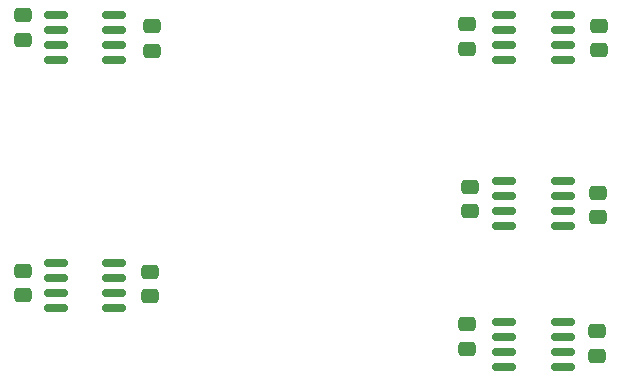
<source format=gtp>
G04 #@! TF.GenerationSoftware,KiCad,Pcbnew,8.0.6*
G04 #@! TF.CreationDate,2025-01-05T21:46:19-05:00*
G04 #@! TF.ProjectId,Beagle-AI-64-CAN-Part1,42656167-6c65-42d4-9149-2d36342d4341,rev?*
G04 #@! TF.SameCoordinates,Original*
G04 #@! TF.FileFunction,Paste,Top*
G04 #@! TF.FilePolarity,Positive*
%FSLAX46Y46*%
G04 Gerber Fmt 4.6, Leading zero omitted, Abs format (unit mm)*
G04 Created by KiCad (PCBNEW 8.0.6) date 2025-01-05 21:46:19*
%MOMM*%
%LPD*%
G01*
G04 APERTURE LIST*
G04 Aperture macros list*
%AMRoundRect*
0 Rectangle with rounded corners*
0 $1 Rounding radius*
0 $2 $3 $4 $5 $6 $7 $8 $9 X,Y pos of 4 corners*
0 Add a 4 corners polygon primitive as box body*
4,1,4,$2,$3,$4,$5,$6,$7,$8,$9,$2,$3,0*
0 Add four circle primitives for the rounded corners*
1,1,$1+$1,$2,$3*
1,1,$1+$1,$4,$5*
1,1,$1+$1,$6,$7*
1,1,$1+$1,$8,$9*
0 Add four rect primitives between the rounded corners*
20,1,$1+$1,$2,$3,$4,$5,0*
20,1,$1+$1,$4,$5,$6,$7,0*
20,1,$1+$1,$6,$7,$8,$9,0*
20,1,$1+$1,$8,$9,$2,$3,0*%
G04 Aperture macros list end*
%ADD10RoundRect,0.150000X-0.825000X-0.150000X0.825000X-0.150000X0.825000X0.150000X-0.825000X0.150000X0*%
%ADD11RoundRect,0.250000X-0.475000X0.337500X-0.475000X-0.337500X0.475000X-0.337500X0.475000X0.337500X0*%
%ADD12RoundRect,0.250000X0.475000X-0.337500X0.475000X0.337500X-0.475000X0.337500X-0.475000X-0.337500X0*%
G04 APERTURE END LIST*
D10*
X170525000Y-113095000D03*
X170525000Y-114365000D03*
X170525000Y-115635000D03*
X170525000Y-116905000D03*
X175475000Y-116905000D03*
X175475000Y-115635000D03*
X175475000Y-114365000D03*
X175475000Y-113095000D03*
X170525000Y-101095000D03*
X170525000Y-102365000D03*
X170525000Y-103635000D03*
X170525000Y-104905000D03*
X175475000Y-104905000D03*
X175475000Y-103635000D03*
X175475000Y-102365000D03*
X175475000Y-101095000D03*
X170525000Y-87095000D03*
X170525000Y-88365000D03*
X170525000Y-89635000D03*
X170525000Y-90905000D03*
X175475000Y-90905000D03*
X175475000Y-89635000D03*
X175475000Y-88365000D03*
X175475000Y-87095000D03*
X132525000Y-108095000D03*
X132525000Y-109365000D03*
X132525000Y-110635000D03*
X132525000Y-111905000D03*
X137475000Y-111905000D03*
X137475000Y-110635000D03*
X137475000Y-109365000D03*
X137475000Y-108095000D03*
X132525000Y-87095000D03*
X132525000Y-88365000D03*
X132525000Y-89635000D03*
X132525000Y-90905000D03*
X137475000Y-90905000D03*
X137475000Y-89635000D03*
X137475000Y-88365000D03*
X137475000Y-87095000D03*
D11*
X140700000Y-88012500D03*
X140700000Y-90087500D03*
D12*
X167386000Y-89937500D03*
X167386000Y-87862500D03*
X129794000Y-110787000D03*
X129794000Y-108712000D03*
X129794000Y-89175500D03*
X129794000Y-87100500D03*
D11*
X178500000Y-88000000D03*
X178500000Y-90075000D03*
D12*
X167386000Y-115337500D03*
X167386000Y-113262500D03*
D11*
X178350000Y-113862500D03*
X178350000Y-115937500D03*
X140500000Y-108812500D03*
X140500000Y-110887500D03*
D12*
X167640000Y-103675000D03*
X167640000Y-101600000D03*
D11*
X178450000Y-102112500D03*
X178450000Y-104187500D03*
M02*

</source>
